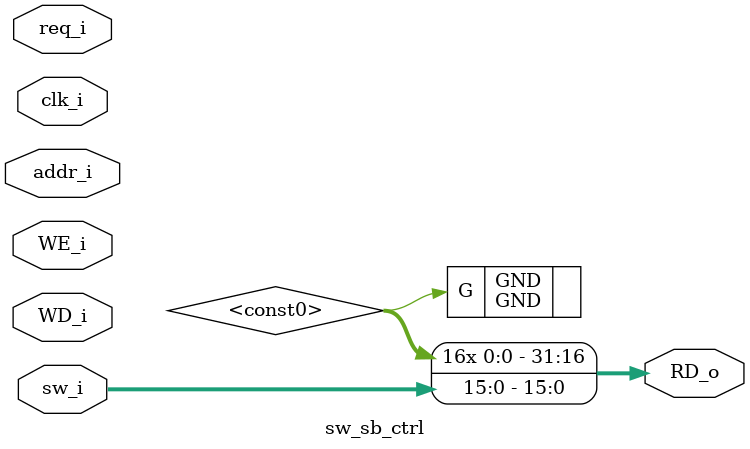
<source format=v>
`timescale 1 ns / 1 ps

(* STRUCTURAL_NETLIST = "yes" *)
module sw_sb_ctrl
   (addr_i,
    req_i,
    WD_i,
    clk_i,
    WE_i,
    RD_o,
    sw_i);
  input [31:0]addr_i;
  input req_i;
  input [31:0]WD_i;
  input clk_i;
  input WE_i;
  output [31:0]RD_o;
  input [15:0]sw_i;

  wire \<const0> ;
  wire [15:0]sw_i;

  assign RD_o[31] = \<const0> ;
  assign RD_o[30] = \<const0> ;
  assign RD_o[29] = \<const0> ;
  assign RD_o[28] = \<const0> ;
  assign RD_o[27] = \<const0> ;
  assign RD_o[26] = \<const0> ;
  assign RD_o[25] = \<const0> ;
  assign RD_o[24] = \<const0> ;
  assign RD_o[23] = \<const0> ;
  assign RD_o[22] = \<const0> ;
  assign RD_o[21] = \<const0> ;
  assign RD_o[20] = \<const0> ;
  assign RD_o[19] = \<const0> ;
  assign RD_o[18] = \<const0> ;
  assign RD_o[17] = \<const0> ;
  assign RD_o[16] = \<const0> ;
  assign RD_o[15:0] = sw_i;
  GND GND
       (.G(\<const0> ));
endmodule

</source>
